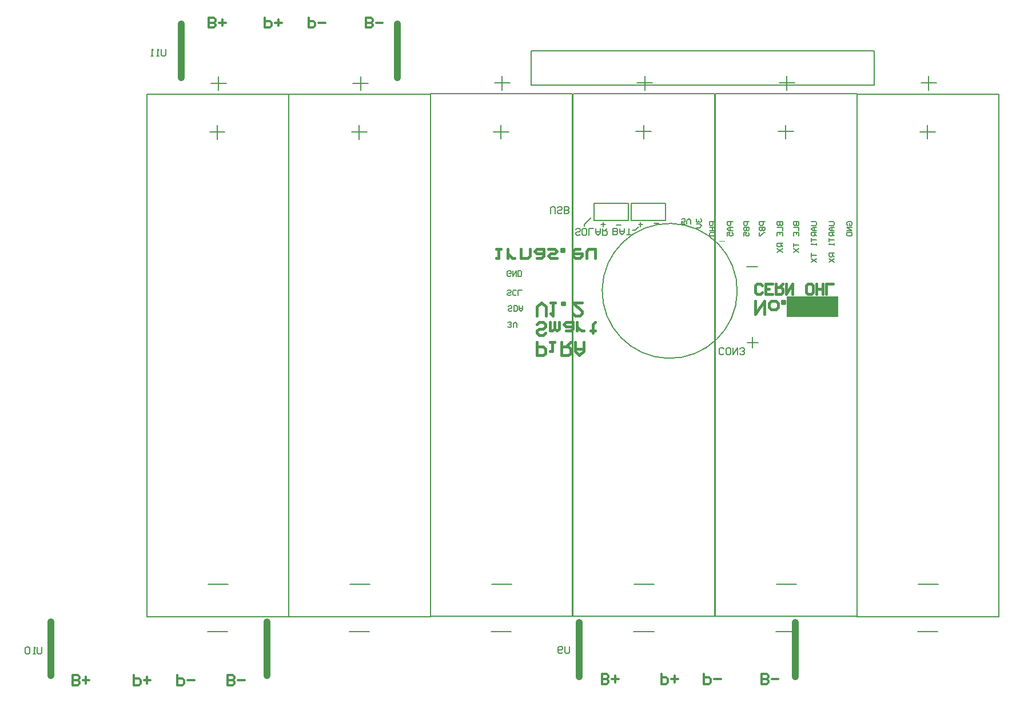
<source format=gbo>
G04*
G04 #@! TF.GenerationSoftware,Altium Limited,Altium Designer,20.2.5 (213)*
G04*
G04 Layer_Color=32896*
%FSAX25Y25*%
%MOIN*%
G70*
G04*
G04 #@! TF.SameCoordinates,38458E12-344E-42E4-8E5B-5AAD2516AE5C*
G04*
G04*
G04 #@! TF.FilePolarity,Positive*
G04*
G01*
G75*
%ADD10C,0.00394*%
%ADD11C,0.00787*%
%ADD12C,0.01181*%
%ADD17C,0.00591*%
%ADD22C,0.01575*%
%ADD158C,0.03937*%
%ADD193R,0.30000X0.12362*%
D10*
X0642936Y0537919D02*
X0645889D01*
D11*
X0613180Y0469421D02*
G03*
X0613173Y0469421I0000779J0039364D01*
G01*
X0594938Y0630269D02*
X0603914D01*
X0599426Y0626017D02*
Y0634166D01*
X0640306Y0318792D02*
Y0623792D01*
X0557629Y0318792D02*
X0640306D01*
X0557629D02*
Y0623714D01*
X0557708Y0623792D01*
X0640306D01*
X0598692Y0597493D02*
Y0605643D01*
X0594204Y0601745D02*
X0603180D01*
X0593009Y0310033D02*
X0604702D01*
X0593220Y0337651D02*
X0604913D01*
X0677838Y0630249D02*
X0686814D01*
X0682326Y0625997D02*
Y0634147D01*
X0723206Y0318773D02*
Y0623773D01*
X0640529Y0318773D02*
X0723206D01*
X0640529D02*
Y0623694D01*
X0640607Y0623773D01*
X0723206D01*
X0681592Y0597473D02*
Y0605623D01*
X0677103Y0601725D02*
X0686080D01*
X0675909Y0310013D02*
X0687602D01*
X0676119Y0337631D02*
X0687812D01*
X0758745Y0337564D02*
X0770438D01*
X0758534Y0309946D02*
X0770227D01*
X0759729Y0601658D02*
X0768706D01*
X0764218Y0597407D02*
Y0605556D01*
X0723233Y0623706D02*
X0805832D01*
X0723155Y0623627D02*
X0723233Y0623706D01*
X0723155Y0318706D02*
Y0623627D01*
Y0318706D02*
X0805832D01*
Y0623706D01*
X0764952Y0625930D02*
Y0634080D01*
X0760464Y0630182D02*
X0769440D01*
X0511795Y0630235D02*
X0520772D01*
X0516283Y0625983D02*
Y0634132D01*
X0557163Y0318759D02*
Y0623759D01*
X0474486Y0318759D02*
X0557163D01*
X0474486D02*
Y0623680D01*
X0474565Y0623759D01*
X0557163D01*
X0515549Y0597459D02*
Y0605609D01*
X0511061Y0601711D02*
X0520037D01*
X0509866Y0309999D02*
X0521559D01*
X0510077Y0337617D02*
X0521770D01*
X0429216Y0630052D02*
X0438192D01*
X0433704Y0625800D02*
Y0633950D01*
X0474584Y0318576D02*
Y0623576D01*
X0391907Y0318576D02*
X0474584D01*
X0391907D02*
Y0623497D01*
X0391985Y0623576D01*
X0474584D01*
X0432970Y0597277D02*
Y0605426D01*
X0428481Y0601529D02*
X0437458D01*
X0427286Y0309816D02*
X0438979D01*
X0427497Y0337434D02*
X0439190D01*
X0344723Y0337420D02*
X0356416D01*
X0344512Y0309802D02*
X0356205D01*
X0345707Y0601514D02*
X0354683D01*
X0350195Y0597262D02*
Y0605412D01*
X0309211Y0623562D02*
X0391810D01*
X0309132Y0623483D02*
X0309211Y0623562D01*
X0309132Y0318562D02*
Y0623483D01*
Y0318562D02*
X0391810D01*
Y0623562D01*
X0350930Y0625786D02*
Y0633936D01*
X0346441Y0630038D02*
X0355418D01*
X0533043Y0628942D02*
Y0648943D01*
X0733043Y0628942D02*
Y0648943D01*
X0533043D02*
X0733043D01*
X0533043Y0628942D02*
X0733043D01*
X0569788Y0559887D02*
X0589788D01*
Y0549887D02*
Y0559887D01*
X0569788Y0549887D02*
X0589788D01*
X0569788D02*
Y0559887D01*
X0591599Y0549887D02*
Y0559887D01*
Y0549887D02*
X0611599D01*
Y0559887D01*
X0591599D02*
X0611599D01*
X0592072Y0544061D02*
X0593802D01*
X0595969Y0546228D01*
Y0546265D01*
X0564040Y0546620D02*
Y0547643D01*
X0568056Y0551659D01*
X0658961Y0522880D02*
X0665300D01*
X0659080Y0478588D02*
X0665418D01*
X0662328Y0475517D02*
Y0481856D01*
X0717710Y0547040D02*
X0717185Y0547565D01*
Y0548615D01*
X0717710Y0549139D01*
X0719809D01*
X0720334Y0548615D01*
Y0547565D01*
X0719809Y0547040D01*
X0718760D01*
Y0548090D01*
X0720334Y0545991D02*
X0717185D01*
X0720334Y0543892D01*
X0717185D01*
Y0542842D02*
X0720334D01*
Y0541268D01*
X0719809Y0540743D01*
X0717710D01*
X0717185Y0541268D01*
Y0542842D01*
X0521376Y0517775D02*
X0520851Y0517251D01*
X0519801D01*
X0519276Y0517775D01*
Y0519874D01*
X0519801Y0520399D01*
X0520851D01*
X0521376Y0519874D01*
Y0518825D01*
X0520326D01*
X0522425Y0520399D02*
Y0517251D01*
X0524524Y0520399D01*
Y0517251D01*
X0525574D02*
Y0520399D01*
X0527148D01*
X0527673Y0519874D01*
Y0517775D01*
X0527148Y0517251D01*
X0525574D01*
X0521454Y0506634D02*
X0520929Y0506109D01*
X0519880D01*
X0519355Y0506634D01*
Y0507158D01*
X0519880Y0507683D01*
X0520929D01*
X0521454Y0508208D01*
Y0508733D01*
X0520929Y0509258D01*
X0519880D01*
X0519355Y0508733D01*
X0524603Y0506634D02*
X0524078Y0506109D01*
X0523029D01*
X0522504Y0506634D01*
Y0508733D01*
X0523029Y0509258D01*
X0524078D01*
X0524603Y0508733D01*
X0525652Y0506109D02*
Y0509258D01*
X0527751D01*
X0522005Y0497460D02*
X0521481Y0496936D01*
X0520431D01*
X0519906Y0497460D01*
Y0497985D01*
X0520431Y0498510D01*
X0521481D01*
X0522005Y0499035D01*
Y0499559D01*
X0521481Y0500084D01*
X0520431D01*
X0519906Y0499559D01*
X0523055Y0496936D02*
Y0500084D01*
X0524629D01*
X0525154Y0499559D01*
Y0497460D01*
X0524629Y0496936D01*
X0523055D01*
X0526203Y0500084D02*
Y0497985D01*
X0527253Y0496936D01*
X0528303Y0497985D01*
Y0500084D01*
Y0498510D01*
X0526203D01*
X0519550Y0488023D02*
X0520075Y0487499D01*
X0521125D01*
X0521649Y0488023D01*
Y0488548D01*
X0521125Y0489073D01*
X0520600D01*
X0521125D01*
X0521649Y0489598D01*
Y0490122D01*
X0521125Y0490647D01*
X0520075D01*
X0519550Y0490122D01*
X0522699Y0487499D02*
Y0489598D01*
X0523748Y0490647D01*
X0524798Y0489598D01*
Y0487499D01*
X0544566Y0553889D02*
Y0557168D01*
X0545222Y0557824D01*
X0546534D01*
X0547190Y0557168D01*
Y0553889D01*
X0551126Y0554545D02*
X0550470Y0553889D01*
X0549158D01*
X0548502Y0554545D01*
Y0555201D01*
X0549158Y0555857D01*
X0550470D01*
X0551126Y0556512D01*
Y0557168D01*
X0550470Y0557824D01*
X0549158D01*
X0548502Y0557168D01*
X0552438Y0553889D02*
Y0557824D01*
X0554406D01*
X0555061Y0557168D01*
Y0556512D01*
X0554406Y0555857D01*
X0552438D01*
X0554406D01*
X0555061Y0555201D01*
Y0554545D01*
X0554406Y0553889D01*
X0552438D01*
X0561703Y0542001D02*
X0561047Y0541345D01*
X0559735D01*
X0559080Y0542001D01*
Y0542657D01*
X0559735Y0543313D01*
X0561047D01*
X0561703Y0543969D01*
Y0544625D01*
X0561047Y0545281D01*
X0559735D01*
X0559080Y0544625D01*
X0564983Y0541345D02*
X0563671D01*
X0563015Y0542001D01*
Y0544625D01*
X0563671Y0545281D01*
X0564983D01*
X0565639Y0544625D01*
Y0542001D01*
X0564983Y0541345D01*
X0566951D02*
Y0545281D01*
X0569575D01*
X0570887D02*
Y0542657D01*
X0572199Y0541345D01*
X0573511Y0542657D01*
Y0545281D01*
Y0543313D01*
X0570887D01*
X0574823Y0545281D02*
Y0541345D01*
X0576790D01*
X0577446Y0542001D01*
Y0543313D01*
X0576790Y0543969D01*
X0574823D01*
X0576134D02*
X0577446Y0545281D01*
X0580969Y0541424D02*
Y0545360D01*
X0582937D01*
X0583593Y0544704D01*
Y0544048D01*
X0582937Y0543392D01*
X0580969D01*
X0582937D01*
X0583593Y0542736D01*
Y0542080D01*
X0582937Y0541424D01*
X0580969D01*
X0584905Y0545360D02*
Y0542736D01*
X0586217Y0541424D01*
X0587529Y0542736D01*
Y0545360D01*
Y0543392D01*
X0584905D01*
X0588841Y0541424D02*
X0591465D01*
X0590153D01*
Y0545360D01*
X0582898Y0547368D02*
X0585522D01*
X0573843Y0547447D02*
X0576467D01*
X0575155Y0546135D02*
Y0548759D01*
X0605024Y0548353D02*
X0607648D01*
X0595694Y0547683D02*
X0598318D01*
X0597006Y0546371D02*
Y0548995D01*
X0622950Y0547802D02*
X0620851D01*
Y0549376D01*
X0621901Y0548851D01*
X0622426D01*
X0622950Y0549376D01*
Y0550426D01*
X0622426Y0550950D01*
X0621376D01*
X0620851Y0550426D01*
X0624000Y0547802D02*
Y0549901D01*
X0625049Y0550950D01*
X0626099Y0549901D01*
Y0547802D01*
X0629920Y0550950D02*
X0629395Y0550426D01*
Y0549376D01*
X0629920Y0548851D01*
X0630445D01*
X0630970Y0549376D01*
Y0549901D01*
Y0549376D01*
X0631495Y0548851D01*
X0632019D01*
X0632544Y0549376D01*
Y0550426D01*
X0632019Y0550950D01*
X0629395Y0547802D02*
X0631495D01*
X0632544Y0546752D01*
X0631495Y0545703D01*
X0629395D01*
X0650694Y0549139D02*
X0647545D01*
Y0547565D01*
X0648070Y0547040D01*
X0649119D01*
X0649644Y0547565D01*
Y0549139D01*
X0650694Y0545991D02*
X0648595D01*
X0647545Y0544941D01*
X0648595Y0543892D01*
X0650694D01*
X0649119D01*
Y0545991D01*
X0647545Y0540743D02*
Y0542842D01*
X0649119D01*
X0648595Y0541793D01*
Y0541268D01*
X0649119Y0540743D01*
X0650169D01*
X0650694Y0541268D01*
Y0542317D01*
X0650169Y0542842D01*
X0660300Y0549139D02*
X0657151D01*
Y0547565D01*
X0657676Y0547040D01*
X0658726D01*
X0659250Y0547565D01*
Y0549139D01*
X0657151Y0545991D02*
X0660300D01*
Y0544417D01*
X0659775Y0543892D01*
X0659250D01*
X0658726Y0544417D01*
Y0545991D01*
Y0544417D01*
X0658201Y0543892D01*
X0657676D01*
X0657151Y0544417D01*
Y0545991D01*
Y0540743D02*
Y0542842D01*
X0658726D01*
X0658201Y0541793D01*
Y0541268D01*
X0658726Y0540743D01*
X0659775D01*
X0660300Y0541268D01*
Y0542317D01*
X0659775Y0542842D01*
X0669434Y0549139D02*
X0666285D01*
Y0547565D01*
X0666810Y0547040D01*
X0667860D01*
X0668384Y0547565D01*
Y0549139D01*
X0666285Y0545991D02*
X0669434D01*
Y0544417D01*
X0668909Y0543892D01*
X0668384D01*
X0667860Y0544417D01*
Y0545991D01*
Y0544417D01*
X0667335Y0543892D01*
X0666810D01*
X0666285Y0544417D01*
Y0545991D01*
Y0542842D02*
Y0540743D01*
X0666810D01*
X0668909Y0542842D01*
X0669434D01*
X0676600Y0549139D02*
X0679749D01*
Y0547565D01*
X0679224Y0547040D01*
X0678699D01*
X0678174Y0547565D01*
Y0549139D01*
Y0547565D01*
X0677650Y0547040D01*
X0677125D01*
X0676600Y0547565D01*
Y0549139D01*
Y0545991D02*
X0679749D01*
Y0543892D01*
X0676600Y0540743D02*
Y0542842D01*
X0679749D01*
Y0540743D01*
X0678174Y0542842D02*
Y0541793D01*
X0679749Y0536545D02*
X0676600D01*
Y0534971D01*
X0677125Y0534446D01*
X0678174D01*
X0678699Y0534971D01*
Y0536545D01*
Y0535496D02*
X0679749Y0534446D01*
X0676600Y0533396D02*
X0679749Y0531297D01*
X0676600D02*
X0679749Y0533396D01*
X0686167Y0549139D02*
X0689316D01*
Y0547565D01*
X0688791Y0547040D01*
X0688266D01*
X0687742Y0547565D01*
Y0549139D01*
Y0547565D01*
X0687217Y0547040D01*
X0686692D01*
X0686167Y0547565D01*
Y0549139D01*
Y0545991D02*
X0689316D01*
Y0543892D01*
X0686167Y0540743D02*
Y0542842D01*
X0689316D01*
Y0540743D01*
X0687742Y0542842D02*
Y0541793D01*
X0686167Y0536545D02*
Y0534446D01*
Y0535496D01*
X0689316D01*
X0686167Y0533396D02*
X0689316Y0531297D01*
X0686167D02*
X0689316Y0533396D01*
X0706837Y0549139D02*
X0709460D01*
X0709985Y0548615D01*
Y0547565D01*
X0709460Y0547040D01*
X0706837D01*
X0709985Y0545991D02*
X0707886D01*
X0706837Y0544941D01*
X0707886Y0543892D01*
X0709985D01*
X0708411D01*
Y0545991D01*
X0709985Y0542842D02*
X0706837D01*
Y0541268D01*
X0707361Y0540743D01*
X0708411D01*
X0708935Y0541268D01*
Y0542842D01*
Y0541793D02*
X0709985Y0540743D01*
X0706837Y0539694D02*
Y0537595D01*
Y0538644D01*
X0709985D01*
Y0536545D02*
Y0535496D01*
Y0536020D01*
X0706837D01*
X0707361Y0536545D01*
X0709985Y0530773D02*
X0706837D01*
Y0529198D01*
X0707361Y0528674D01*
X0708411D01*
X0708935Y0529198D01*
Y0530773D01*
Y0529723D02*
X0709985Y0528674D01*
X0706837Y0527624D02*
X0709985Y0525525D01*
X0706837D02*
X0709985Y0527624D01*
X0696522Y0549139D02*
X0699145D01*
X0699670Y0548615D01*
Y0547565D01*
X0699145Y0547040D01*
X0696522D01*
X0699670Y0545991D02*
X0697571D01*
X0696522Y0544941D01*
X0697571Y0543892D01*
X0699670D01*
X0698096D01*
Y0545991D01*
X0699670Y0542842D02*
X0696522D01*
Y0541268D01*
X0697046Y0540743D01*
X0698096D01*
X0698621Y0541268D01*
Y0542842D01*
Y0541793D02*
X0699670Y0540743D01*
X0696522Y0539694D02*
Y0537595D01*
Y0538644D01*
X0699670D01*
Y0536545D02*
Y0535496D01*
Y0536020D01*
X0696522D01*
X0697046Y0536545D01*
X0696522Y0530773D02*
Y0528674D01*
Y0529723D01*
X0699670D01*
X0696522Y0527624D02*
X0699670Y0525525D01*
X0696522D02*
X0699670Y0527624D01*
X0640300Y0549139D02*
X0637151D01*
Y0547565D01*
X0637676Y0547040D01*
X0638726D01*
X0639251Y0547565D01*
Y0549139D01*
X0637151Y0545991D02*
X0640300D01*
X0638726D01*
Y0543892D01*
X0637151D01*
X0640300D01*
X0637676Y0542842D02*
X0637151Y0542317D01*
Y0541268D01*
X0637676Y0540743D01*
X0639775D01*
X0640300Y0541268D01*
Y0542317D01*
X0639775Y0542842D01*
X0637676D01*
X0320177Y0649965D02*
Y0646685D01*
X0319521Y0646029D01*
X0318209D01*
X0317553Y0646685D01*
Y0649965D01*
X0316241Y0646029D02*
X0314929D01*
X0315585D01*
Y0649965D01*
X0316241Y0649309D01*
X0312961Y0646029D02*
X0311649D01*
X0312305D01*
Y0649965D01*
X0312961Y0649309D01*
X0247972Y0300910D02*
Y0297630D01*
X0247316Y0296974D01*
X0246004D01*
X0245348Y0297630D01*
Y0300910D01*
X0244036Y0296974D02*
X0242724D01*
X0243380D01*
Y0300910D01*
X0244036Y0300254D01*
X0240757D02*
X0240101Y0300910D01*
X0238789D01*
X0238133Y0300254D01*
Y0297630D01*
X0238789Y0296974D01*
X0240101D01*
X0240757Y0297630D01*
Y0300254D01*
X0555413Y0301225D02*
Y0297945D01*
X0554757Y0297289D01*
X0553445D01*
X0552789Y0297945D01*
Y0301225D01*
X0551477Y0297945D02*
X0550821Y0297289D01*
X0549509D01*
X0548853Y0297945D01*
Y0300569D01*
X0549509Y0301225D01*
X0550821D01*
X0551477Y0300569D01*
Y0299913D01*
X0550821Y0299257D01*
X0548853D01*
D12*
X0403366Y0668313D02*
Y0662409D01*
X0406318D01*
X0407301Y0663393D01*
Y0665361D01*
X0406318Y0666345D01*
X0403366D01*
X0409269Y0665361D02*
X0413205D01*
X0345216Y0662409D02*
Y0668313D01*
X0348168D01*
X0349152Y0667329D01*
Y0666345D01*
X0348168Y0665361D01*
X0345216D01*
X0348168D01*
X0349152Y0664377D01*
Y0663393D01*
X0348168Y0662409D01*
X0345216D01*
X0351120Y0665361D02*
X0355055D01*
X0353088Y0663393D02*
Y0667329D01*
X0301476Y0284494D02*
Y0278590D01*
X0304428D01*
X0305412Y0279574D01*
Y0281542D01*
X0304428Y0282526D01*
X0301476D01*
X0307380Y0281542D02*
X0311315D01*
X0309347Y0279574D02*
Y0283510D01*
X0609045Y0285163D02*
Y0279259D01*
X0611997D01*
X0612981Y0280243D01*
Y0282211D01*
X0611997Y0283195D01*
X0609045D01*
X0614948Y0282211D02*
X0618884D01*
X0616916Y0280243D02*
Y0284179D01*
X0265807Y0278590D02*
Y0284494D01*
X0268758D01*
X0269742Y0283510D01*
Y0282526D01*
X0268758Y0281542D01*
X0265807D01*
X0268758D01*
X0269742Y0280558D01*
Y0279574D01*
X0268758Y0278590D01*
X0265807D01*
X0271710Y0281542D02*
X0275646D01*
X0273678Y0279574D02*
Y0283510D01*
X0436830Y0662409D02*
Y0668313D01*
X0439782D01*
X0440766Y0667329D01*
Y0666345D01*
X0439782Y0665361D01*
X0436830D01*
X0439782D01*
X0440766Y0664377D01*
Y0663393D01*
X0439782Y0662409D01*
X0436830D01*
X0442734Y0665361D02*
X0446670D01*
X0356318Y0278590D02*
Y0284494D01*
X0359270D01*
X0360254Y0283510D01*
Y0282526D01*
X0359270Y0281542D01*
X0356318D01*
X0359270D01*
X0360254Y0280558D01*
Y0279574D01*
X0359270Y0278590D01*
X0356318D01*
X0362222Y0281542D02*
X0366158D01*
X0667498Y0279259D02*
Y0285163D01*
X0670450D01*
X0671434Y0284179D01*
Y0283195D01*
X0670450Y0282211D01*
X0667498D01*
X0670450D01*
X0671434Y0281227D01*
Y0280243D01*
X0670450Y0279259D01*
X0667498D01*
X0673402Y0282211D02*
X0677338D01*
X0326909Y0284494D02*
Y0278590D01*
X0329861D01*
X0330845Y0279574D01*
Y0281542D01*
X0329861Y0282526D01*
X0326909D01*
X0332813Y0281542D02*
X0336748D01*
X0633890Y0285163D02*
Y0279259D01*
X0636842D01*
X0637826Y0280243D01*
Y0282211D01*
X0636842Y0283195D01*
X0633890D01*
X0639794Y0282211D02*
X0643730D01*
X0574403Y0279259D02*
Y0285163D01*
X0577355D01*
X0578339Y0284179D01*
Y0283195D01*
X0577355Y0282211D01*
X0574403D01*
X0577355D01*
X0578339Y0281227D01*
Y0280243D01*
X0577355Y0279259D01*
X0574403D01*
X0580306Y0282211D02*
X0584242D01*
X0582274Y0280243D02*
Y0284179D01*
X0378011Y0668313D02*
Y0662409D01*
X0380963D01*
X0381947Y0663393D01*
Y0665361D01*
X0380963Y0666345D01*
X0378011D01*
X0383915Y0665361D02*
X0387851D01*
X0385883Y0663393D02*
Y0667329D01*
D17*
X0645560Y0472237D02*
X0644904Y0471582D01*
X0643592D01*
X0642936Y0472237D01*
Y0474861D01*
X0643592Y0475517D01*
X0644904D01*
X0645560Y0474861D01*
X0648840Y0471582D02*
X0647528D01*
X0646872Y0472237D01*
Y0474861D01*
X0647528Y0475517D01*
X0648840D01*
X0649496Y0474861D01*
Y0472237D01*
X0648840Y0471582D01*
X0650808Y0475517D02*
Y0471582D01*
X0653432Y0475517D01*
Y0471582D01*
X0654743Y0472237D02*
X0655400Y0471582D01*
X0656711D01*
X0657367Y0472237D01*
Y0472893D01*
X0656711Y0473549D01*
X0656055D01*
X0656711D01*
X0657367Y0474205D01*
Y0474861D01*
X0656711Y0475517D01*
X0655400D01*
X0654743Y0474861D01*
D22*
X0541650Y0484088D02*
X0540338Y0482776D01*
X0537714D01*
X0536402Y0484088D01*
Y0485399D01*
X0537714Y0486711D01*
X0540338D01*
X0541650Y0488023D01*
Y0489335D01*
X0540338Y0490647D01*
X0537714D01*
X0536402Y0489335D01*
X0544274Y0490647D02*
Y0485399D01*
X0545586D01*
X0546898Y0486711D01*
Y0490647D01*
Y0486711D01*
X0548210Y0485399D01*
X0549521Y0486711D01*
Y0490647D01*
X0553457Y0485399D02*
X0556081D01*
X0557393Y0486711D01*
Y0490647D01*
X0553457D01*
X0552145Y0489335D01*
X0553457Y0488023D01*
X0557393D01*
X0560017Y0485399D02*
Y0490647D01*
Y0488023D01*
X0561329Y0486711D01*
X0562641Y0485399D01*
X0563953D01*
X0569200Y0484088D02*
Y0485399D01*
X0567888D01*
X0570512D01*
X0569200D01*
Y0489335D01*
X0570512Y0490647D01*
X0667935Y0507881D02*
X0666951Y0506897D01*
X0664983D01*
X0663999Y0507881D01*
Y0511817D01*
X0664983Y0512801D01*
X0666951D01*
X0667935Y0511817D01*
X0673839Y0506897D02*
X0669903D01*
Y0512801D01*
X0673839D01*
X0669903Y0509849D02*
X0671871D01*
X0675807Y0512801D02*
Y0506897D01*
X0678758D01*
X0679742Y0507881D01*
Y0509849D01*
X0678758Y0510833D01*
X0675807D01*
X0677774D02*
X0679742Y0512801D01*
X0681710D02*
Y0506897D01*
X0685646Y0512801D01*
Y0506897D01*
X0696469D02*
X0694501D01*
X0693517Y0507881D01*
Y0511817D01*
X0694501Y0512801D01*
X0696469D01*
X0697453Y0511817D01*
Y0507881D01*
X0696469Y0506897D01*
X0699421D02*
Y0512801D01*
Y0509849D01*
X0703357D01*
Y0506897D01*
Y0512801D01*
X0705325Y0506897D02*
Y0512801D01*
X0709260D01*
X0512898Y0533116D02*
X0515522D01*
X0514210D01*
Y0527868D01*
X0512898D01*
X0519458D02*
Y0533116D01*
Y0530492D01*
X0520770Y0529180D01*
X0522082Y0527868D01*
X0523394D01*
X0527329Y0533116D02*
Y0527868D01*
X0531265D01*
X0532577Y0529180D01*
Y0533116D01*
X0536513Y0527868D02*
X0539137D01*
X0540449Y0529180D01*
Y0533116D01*
X0536513D01*
X0535201Y0531804D01*
X0536513Y0530492D01*
X0540449D01*
X0543073Y0533116D02*
X0547008D01*
X0548320Y0531804D01*
X0547008Y0530492D01*
X0544384D01*
X0543073Y0529180D01*
X0544384Y0527868D01*
X0548320D01*
X0550944Y0533116D02*
Y0531804D01*
X0552256D01*
Y0533116D01*
X0550944D01*
X0561439D02*
X0558815D01*
X0557504Y0531804D01*
Y0529180D01*
X0558815Y0527868D01*
X0561439D01*
X0562751Y0529180D01*
Y0530492D01*
X0557504D01*
X0565375Y0527868D02*
Y0531804D01*
X0566687Y0533116D01*
X0570623D01*
Y0527868D01*
X0663921Y0502998D02*
Y0495126D01*
X0669168Y0502998D01*
Y0495126D01*
X0673104Y0502998D02*
X0675728D01*
X0677040Y0501686D01*
Y0499062D01*
X0675728Y0497750D01*
X0673104D01*
X0671792Y0499062D01*
Y0501686D01*
X0673104Y0502998D01*
X0679664D02*
Y0501686D01*
X0680975D01*
Y0502998D01*
X0679664D01*
X0536639Y0494181D02*
Y0499429D01*
X0539262Y0502053D01*
X0541886Y0499429D01*
Y0494181D01*
X0544510Y0502053D02*
X0547134D01*
X0545822D01*
Y0494181D01*
X0544510Y0495493D01*
X0551070Y0502053D02*
Y0500741D01*
X0552382D01*
Y0502053D01*
X0551070D01*
X0562877D02*
X0557629D01*
X0562877Y0496805D01*
Y0495493D01*
X0561565Y0494181D01*
X0558941D01*
X0557629Y0495493D01*
X0536402Y0478942D02*
Y0471071D01*
X0540338D01*
X0541650Y0472383D01*
Y0475007D01*
X0540338Y0476319D01*
X0536402D01*
X0544274Y0478942D02*
X0546898D01*
X0545586D01*
Y0473695D01*
X0544274D01*
X0550833Y0478942D02*
Y0471071D01*
X0554769D01*
X0556081Y0472383D01*
Y0475007D01*
X0554769Y0476319D01*
X0550833D01*
X0553457D02*
X0556081Y0478942D01*
X0558705D02*
Y0473695D01*
X0561329Y0471071D01*
X0563953Y0473695D01*
Y0478942D01*
Y0475007D01*
X0558705D01*
D158*
X0379326Y0284174D02*
Y0315670D01*
X0253342Y0284174D02*
Y0315670D01*
X0687305Y0283569D02*
Y0315066D01*
X0561320Y0283569D02*
Y0315066D01*
X0455061Y0633098D02*
Y0664594D01*
X0329077Y0633098D02*
Y0664594D01*
D193*
X0697347Y0499454D02*
D03*
M02*

</source>
